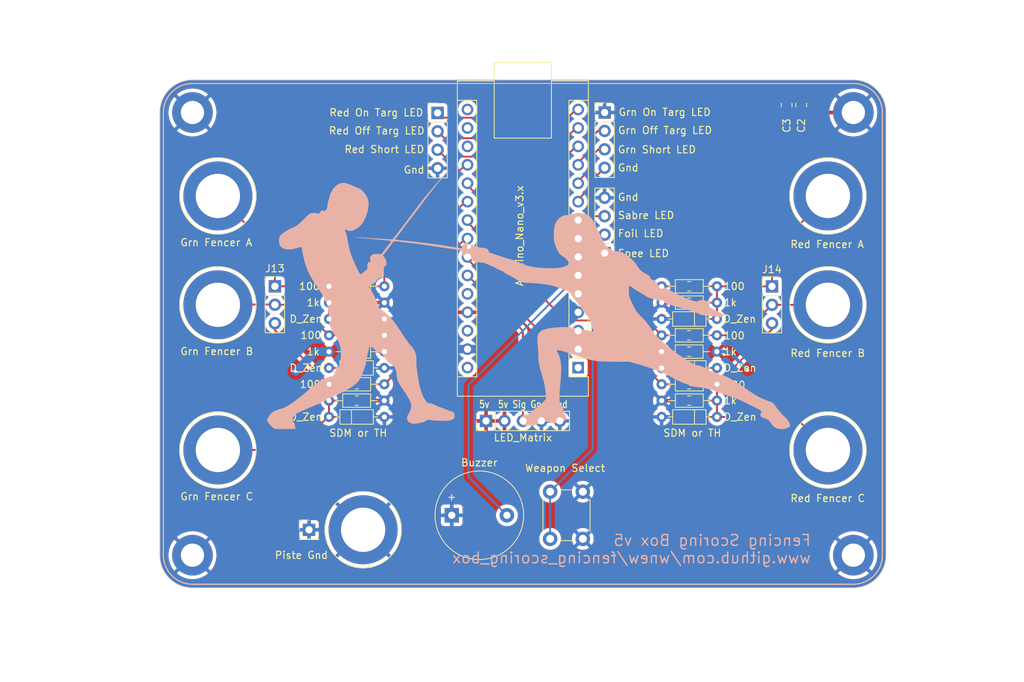
<source format=kicad_pcb>
(kicad_pcb (version 20240108) (generator "pcbnew") (generator_version "8.0")
  (layers (0 "F.Cu" signal) (31 "B.Cu" signal) (34 "B.Paste" user) (35 "F.Paste" user) (36 "B.SilkS" user "B.Silkscreen") (37 "F.SilkS" user "F.Silkscreen") (38 "B.Mask" user) (39 "F.Mask" user) (44 "Edge.Cuts" user))
  (net 0 "")
  (net 1 "Red_C")
  (net 2 "GND")
  (net 3 "Grn_B")
  (net 4 "Grn_C")
  (net 5 "Red_B")
  (net 6 "Red_A")
  (net 7 "Grn_A")
  (net 8 "VCC")
  (net 9 "buzzer")
  (net 10 "Red_Short_LED")
  (net 11 "Red_OffT_LED")
  (net 12 "Red_OnT_LED")
  (net 13 "Grn_OnT_LED")
  (net 14 "Grn_OffT_LED")
  (net 15 "Grn_Short_LED")
  (net 16 "button")
  (net 17 "display1")
  (net 19 "mode_led_epee")
  (net 23 "mode_led_foil")
  (net 27 "mode_led_sabre")
  (net 30 "Red_C_out")
  (net 31 "Red_A_out")
  (net 32 "Red_B_out")
  (net 33 "Grn_C_out")
  (net 34 "Grn_A_out")
  (net 35 "Grn_B_out")
  (footprint "MountingHole:MountingHole_3.2mm_M3_DIN965_Pad" (layer "F.Cu") (at 181.46 46.006)
    (property "Reference" "H3" (hide yes))
    (property "Value" "Mounting Hole" (hide yes))
    (pad "1" thru_hole circle (at 0 0) (size 5.6 5.6) (drill 3.2) (layers "*.Cu" "*.Mask") (net 2 "GND"))
  )
  (footprint "MountingHole:MountingHole_3.2mm_M3_DIN965_Pad" (layer "F.Cu") (at 90.46 107.006)
    (property "Reference" "H4" (hide yes))
    (property "Value" "Mounting Hole" (hide yes))
    (pad "1" thru_hole circle (at 0 0) (size 5.6 5.6) (drill 3.2) (layers "*.Cu" "*.Mask") (net 2 "GND"))
  )
  (footprint "my_library:resistor_THT_and_0805" (layer "F.Cu") (at 155.05 76.706)
    (property "Reference" "R21" (hide yes))
    (property "Value" "100" (at 10.01 0.05 0) (layer "F.SilkS"))
    (pad "1" thru_hole circle (at 0 0) (size 1.4 1.4) (drill 0.7) (layers "*.Cu" "*.Mask") (net 5 "Red_B"))
    (pad "1" smd roundrect (at 2.8 0) (size 1.2 1.4) (layers "F.Cu" "F.Paste" "F.Mask") (roundrect_rratio 0.208333) (net 5 "Red_B"))
    (pad "2" smd roundrect (at 4.8 0) (size 1.2 1.4) (layers "F.Cu" "F.Paste" "F.Mask") (roundrect_rratio 0.208333) (net 32 "Red_B_out"))
    (pad "2" thru_hole oval (at 7.62 0) (size 1.4 1.4) (drill 0.7) (layers "*.Cu" "*.Mask") (net 32 "Red_B_out"))
  )
  (footprint "my_library:resistor_THT_and_0805" (layer "F.Cu") (at 116.88 85.706 180)
    (property "Reference" "R10" (hide yes))
    (property "Value" "1k" (at 9.75 0 0) (layer "F.SilkS"))
    (pad "1" thru_hole circle (at 0 0 180) (size 1.4 1.4) (drill 0.7) (layers "*.Cu" "*.Mask") (net 2 "GND"))
    (pad "1" smd roundrect (at 2.8 0 180) (size 1.2 1.4) (layers "F.Cu" "F.Paste" "F.Mask") (roundrect_rratio 0.208333) (net 2 "GND"))
    (pad "2" smd roundrect (at 4.8 0 180) (size 1.2 1.4) (layers "F.Cu" "F.Paste" "F.Mask") (roundrect_rratio 0.208333) (net 33 "Grn_C_out"))
    (pad "2" thru_hole oval (at 7.62 0 180) (size 1.4 1.4) (drill 0.7) (layers "*.Cu" "*.Mask") (net 33 "Grn_C_out"))
  )
  (footprint "Connector_PinHeader_2.54mm:PinHeader_1x05_P2.54mm_Vertical" (layer "F.Cu") (at 130.885 88.506 90)
    (property "Reference" "J1" (hide yes))
    (property "Value" "LED_Matrix" (at -2.3 5.075 0) (layer "F.SilkS"))
    (pad "1" thru_hole rect (at 0 0 90) (size 1.7 1.7) (drill 1) (layers "*.Cu" "*.Mask") (net 8 "VCC"))
    (pad "2" thru_hole oval (at 0 2.54 90) (size 1.7 1.7) (drill 1) (layers "*.Cu" "*.Mask") (net 8 "VCC"))
    (pad "3" thru_hole oval (at 0 5.08 90) (size 1.7 1.7) (drill 1) (layers "*.Cu" "*.Mask") (net 17 "display1"))
    (pad "4" thru_hole oval (at 0 7.62 90) (size 1.7 1.7) (drill 1) (layers "*.Cu" "*.Mask") (net 2 "GND"))
    (pad "5" thru_hole oval (at 0 10.16 90) (size 1.7 1.7) (drill 1) (layers "*.Cu" "*.Mask") (net 2 "GND"))
  )
  (footprint "Connector_PinHeader_2.54mm:PinHeader_1x04_P2.54mm_Vertical" (layer "F.Cu") (at 124.21 46.066)
    (property "Reference" "J4" (hide yes))
    (property "Value" "Red LEDs" (hide yes))
    (pad "1" thru_hole rect (at 0 0) (size 1.7 1.7) (drill 1) (layers "*.Cu" "*.Mask") (net 12 "Red_OnT_LED"))
    (pad "2" thru_hole oval (at 0 2.54) (size 1.7 1.7) (drill 1) (layers "*.Cu" "*.Mask") (net 11 "Red_OffT_LED"))
    (pad "3" thru_hole oval (at 0 5.08) (size 1.7 1.7) (drill 1) (layers "*.Cu" "*.Mask") (net 10 "Red_Short_LED"))
    (pad "4" thru_hole oval (at 0 7.62) (size 1.7 1.7) (drill 1) (layers "*.Cu" "*.Mask") (net 2 "GND"))
  )
  (footprint "Connector_PinHeader_2.54mm:PinHeader_1x01_P2.54mm_Vertical" (layer "F.Cu") (at 106.51 103.506)
    (property "Reference" "J3" (hide yes))
    (property "Value" "Conn_01x01" (hide yes))
    (pad "1" thru_hole rect (at 0 0) (size 1.7 1.7) (drill 1) (layers "*.Cu" "*.Mask") (net 2 "GND"))
  )
  (footprint "my_library:resistor_THT_and_0805" (layer "F.Cu") (at 116.88 72.206 180)
    (property "Reference" "R11" (hide yes))
    (property "Value" "1k" (at 9.8 0 0) (layer "F.SilkS"))
    (pad "1" thru_hole circle (at 0 0 180) (size 1.4 1.4) (drill 0.7) (layers "*.Cu" "*.Mask") (net 2 "GND"))
    (pad "1" smd roundrect (at 2.8 0 180) (size 1.2 1.4) (layers "F.Cu" "F.Paste" "F.Mask") (roundrect_rratio 0.208333) (net 2 "GND"))
    (pad "2" smd roundrect (at 4.8 0 180) (size 1.2 1.4) (layers "F.Cu" "F.Paste" "F.Mask") (roundrect_rratio 0.208333) (net 34 "Grn_A_out"))
    (pad "2" thru_hole oval (at 7.62 0 180) (size 1.4 1.4) (drill 0.7) (layers "*.Cu" "*.Mask") (net 34 "Grn_A_out"))
  )
  (footprint "MountingHole:MountingHole_3.2mm_M3_DIN965_Pad" (layer "F.Cu") (at 90.46 46.006)
    (property "Reference" "H2" (hide yes))
    (property "Value" "Mounting Hole" (hide yes))
    (pad "1" thru_hole circle (at 0 0) (size 5.6 5.6) (drill 3.2) (layers "*.Cu" "*.Mask") (net 2 "GND"))
  )
  (footprint "my_library:diode_THT_and_1206" (layer "F.Cu") (at 162.68 87.956 180)
    (property "Reference" "D1" (hide yes))
    (property "Value" "D_Zen" (at -3.1925 0 0) (layer "F.SilkS"))
    (pad "1" thru_hole circle (at 0 0 180) (size 1.4 1.4) (drill 0.7) (layers "*.Cu" "*.Mask") (net 30 "Red_C_out"))
    (pad "1" smd roundrect (at 2.3225 0 180) (size 1.425 1.75) (layers "F.Cu" "F.Paste" "F.Mask") (roundrect_rratio 0.175439) (net 30 "Red_C_out"))
    (pad "2" smd roundrect (at 5.2975 0 180) (size 1.425 1.75) (layers "F.Cu" "F.Paste" "F.Mask") (roundrect_rratio 0.175439) (net 2 "GND"))
    (pad "2" thru_hole oval (at 7.62 0 180) (size 1.4 1.4) (drill 0.7) (layers "*.Cu" "*.Mask") (net 2 "GND"))
  )
  (footprint "Button_Switch_THT:SW_PUSH_6mm_H4.3mm" (layer "F.Cu") (at 139.71 104.756 90)
    (property "Reference" "SW1" (hide yes))
    (property "Value" "Weapon Select" (at 9.75 2.05 180) (layer "F.SilkS"))
    (pad "1" thru_hole circle (at 0 0 180) (size 2 2) (drill 1.1) (layers "*.Cu" "*.Mask") (net 16 "button"))
    (pad "1" thru_hole circle (at 6.5 0 180) (size 2 2) (drill 1.1) (layers "*.Cu" "*.Mask") (net 16 "button"))
    (pad "2" thru_hole circle (at 0 4.5 180) (size 2 2) (drill 1.1) (layers "*.Cu" "*.Mask") (net 2 "GND"))
    (pad "2" thru_hole circle (at 6.5 4.5 180) (size 2 2) (drill 1.1) (layers "*.Cu" "*.Mask") (net 2 "GND"))
  )
  (footprint "Module:Arduino_Nano" (layer "F.Cu") (at 143.57 81.156 180)
    (property "Reference" "A1" (hide yes))
    (property "Value" "Arduino_Nano_v3.x" (at 8.06 18.15 90) (layer "F.SilkS"))
    (pad "1" thru_hole rect (at 0 0 180) (size 1.6 1.6) (drill 1) (layers "*.Cu" "*.Mask"))
    (pad "2" thru_hole oval (at 0 2.54 180) (size 1.6 1.6) (drill 1) (layers "*.Cu" "*.Mask"))
    (pad "3" thru_hole oval (at 0 5.08 180) (size 1.6 1.6) (drill 1) (layers "*.Cu" "*.Mask"))
    (pad "4" thru_hole oval (at 0 7.62 180) (size 1.6 1.6) (drill 1) (layers "*.Cu" "*.Mask") (net 2 "GND"))
    (pad "5" thru_hole oval (at 0 10.16 180) (size 1.6 1.6) (drill 1) (layers "*.Cu" "*.Mask") (net 16 "button"))
    (pad "6" thru_hole oval (at 0 12.7 180) (size 1.6 1.6) (drill 1) (layers "*.Cu" "*.Mask") (net 9 "buzzer"))
    (pad "7" thru_hole oval (at 0 15.24 180) (size 1.6 1.6) (drill 1) (layers "*.Cu" "*.Mask") (net 19 "mode_led_epee"))
    (pad "8" thru_hole oval (at 0 17.78 180) (size 1.6 1.6) (drill 1) (layers "*.Cu" "*.Mask") (net 23 "mode_led_foil"))
    (pad "9" thru_hole oval (at 0 20.32 180) (size 1.6 1.6) (drill 1) (layers "*.Cu" "*.Mask") (net 27 "mode_led_sabre"))
    (pad "10" thru_hole oval (at 0 22.86 180) (size 1.6 1.6) (drill 1) (layers "*.Cu" "*.Mask") (net 13 "Grn_OnT_LED"))
    (pad "11" thru_hole oval (at 0 25.4 180) (size 1.6 1.6) (drill 1) (layers "*.Cu" "*.Mask") (net 14 "Grn_OffT_LED"))
    (pad "12" thru_hole oval (at 0 27.94 180) (size 1.6 1.6) (drill 1) (layers "*.Cu" "*.Mask") (net 15 "Grn_Short_LED"))
    (pad "13" thru_hole oval (at 0 30.48 180) (size 1.6 1.6) (drill 1) (layers "*.Cu" "*.Mask") (net 10 "Red_Short_LED"))
    (pad "14" thru_hole oval (at 0 33.02 180) (size 1.6 1.6) (drill 1) (layers "*.Cu" "*.Mask") (net 11 "Red_OffT_LED"))
    (pad "15" thru_hole oval (at 0 35.56 180) (size 1.6 1.6) (drill 1) (layers "*.Cu" "*.Mask") (net 12 "Red_OnT_LED"))
    (pad "16" thru_hole oval (at 15.24 35.56 180) (size 1.6 1.6) (drill 1) (layers "*.Cu" "*.Mask"))
    (pad "17" thru_hole oval (at 15.24 33.02 180) (size 1.6 1.6) (drill 1) (layers "*.Cu" "*.Mask"))
    (pad "18" thru_hole oval (at 15.24 30.48 180) (size 1.6 1.6) (drill 1) (layers "*.Cu" "*.Mask"))
    (pad "19" thru_hole oval (at 15.24 27.94 180) (size 1.6 1.6) (drill 1) (layers "*.Cu" "*.Mask") (net 7 "Grn_A"))
    (pad "20" thru_hole oval (at 15.24 25.4 180) (size 1.6 1.6) (drill 1) (layers "*.Cu" "*.Mask") (net 6 "Red_A"))
    (pad "21" thru_hole oval (at 15.24 22.86 180) (size 1.6 1.6) (drill 1) (layers "*.Cu" "*.Mask") (net 3 "Grn_B"))
    (pad "22" thru_hole oval (at 15.24 20.32 180) (size 1.6 1.6) (drill 1) (layers "*.Cu" "*.Mask") (net 5 "Red_B"))
    (pad "23" thru_hole oval (at 15.24 17.78 180) (size 1.6 1.6) (drill 1) (layers "*.Cu" "*.Mask") (net 4 "Grn_C"))
    (pad "24" thru_hole oval (at 15.24 15.24 180) (size 1.6 1.6) (drill 1) (layers "*.Cu" "*.Mask") (net 1 "Red_C"))
    (pad "25" thru_hole oval (at 15.24 12.7 180) (size 1.6 1.6) (drill 1) (layers "*.Cu" "*.Mask") (net 17 "display1"))
    (pad "26" thru_hole oval (at 15.24 10.16 180) (size 1.6 1.6) (drill 1) (layers "*.Cu" "*.Mask"))
    (pad "27" thru_hole oval (at 15.24 7.62 180) (size 1.6 1.6) (drill 1) (layers "*.Cu" "*.Mask") (net 8 "VCC"))
    (pad "28" thru_hole oval (at 15.24 5.08 180) (size 1.6 1.6) (drill 1) (layers "*.Cu" "*.Mask"))
    (pad "29" thru_hole oval (at 15.24 2.54 180) (size 1.6 1.6) (drill 1) (layers "*.Cu" "*.Mask") (net 2 "GND"))
    (pad "30" thru_hole oval (at 15.24 0 180) (size 1.6 1.6) (drill 1) (layers "*.Cu" "*.Mask"))
  )
  (footprint "my_library:resistor_THT_and_0805" (layer "F.Cu") (at 116.88 83.456 180)
    (property "Reference" "R24" (hide yes))
    (property "Value" "100" (at 10.2 0 0) (layer "F.SilkS"))
    (pad "1" thru_hole circle (at 0 0 180) (size 1.4 1.4) (drill 0.7) (layers "*.Cu" "*.Mask") (net 4 "Grn_C"))
    (pad "1" smd roundrect (at 2.8 0 180) (size 1.2 1.4) (layers "F.Cu" "F.Paste" "F.Mask") (roundrect_rratio 0.208333) (net 4 "Grn_C"))
    (pad "2" smd roundrect (at 4.8 0 180) (size 1.2 1.4) (layers "F.Cu" "F.Paste" "F.Mask") (roundrect_rratio 0.208333) (net 33 "Grn_C_out"))
    (pad "2" thru_hole oval (at 7.62 0 180) (size 1.4 1.4) (drill 0.7) (layers "*.Cu" "*.Mask") (net 33 "Grn_C_out"))
  )
  (footprint "my_library:diode_THT_and_1206" (layer "F.Cu") (at 109.26 74.456)
    (property "Reference" "D5" (hide yes))
    (property "Value" "D_Zen" (at -3.18 0 0) (layer "F.SilkS"))
    (pad "1" thru_hole circle (at 0 0) (size 1.4 1.4) (drill 0.7) (layers "*.Cu" "*.Mask") (net 34 "Grn_A_out"))
    (pad "1" smd roundrect (at 2.3225 0) (size 1.425 1.75) (layers "F.Cu" "F.Paste" "F.Mask") (roundrect_rratio 0.175439) (net 34 "Grn_A_out"))
    (pad "2" smd roundrect (at 5.2975 0) (size 1.425 1.75) (layers "F.Cu" "F.Paste" "F.Mask") (roundrect_rratio 0.175439) (net 2 "GND"))
    (pad "2" thru_hole oval (at 7.62 0) (size 1.4 1.4) (drill 0.7) (layers "*.Cu" "*.Mask") (net 2 "GND"))
  )
  (footprint "my_library:resistor_THT_and_0805" (layer "F.Cu") (at 155.06 69.956)
    (property "Reference" "R19" (hide yes))
    (property "Value" "100" (at 10 0 0) (layer "F.SilkS"))
    (pad "1" thru_hole circle (at 0 0) (size 1.4 1.4) (drill 0.7) (layers "*.Cu" "*.Mask") (net 6 "Red_A"))
    (pad "1" smd roundrect (at 2.8 0) (size 1.2 1.4) (layers "F.Cu" "F.Paste" "F.Mask") (roundrect_rratio 0.208333) (net 6 "Red_A"))
    (pad "2" smd roundrect (at 4.8 0) (size 1.2 1.4) (layers "F.Cu" "F.Paste" "F.Mask") (roundrect_rratio 0.208333) (net 31 "Red_A_out"))
    (pad "2" thru_hole oval (at 7.62 0) (size 1.4 1.4) (drill 0.7) (layers "*.Cu" "*.Mask") (net 31 "Red_A_out"))
  )
  (footprint "Capacitor_SMD:C_0805_2012Metric_Pad1.18x1.45mm_HandSolder" (layer "F.Cu") (at 174.285 44.9785 -90)
    (property "Reference" "C2" (at 2.8375 0 90) (layer "F.SilkS"))
    (property "Value" "100n")
    (pad "1" smd roundrect (at -1.0375 0 270) (size 1.175 1.45) (layers "F.Cu" "F.Paste" "F.Mask") (roundrect_rratio 0.212766) (net 8 "VCC"))
    (pad "2" smd roundrect (at 1.0375 0 270) (size 1.175 1.45) (layers "F.Cu" "F.Paste" "F.Mask") (roundrect_rratio 0.212766) (net 2 "GND"))
  )
  (footprint "my_library:resistor_THT_and_0805" (layer "F.Cu") (at 155.06 83.456)
    (property "Reference" "R20" (hide yes))
    (property "Value" "100" (at 10.1 0.1 0) (layer "F.SilkS"))
    (pad "1" thru_hole circle (at 0 0) (size 1.4 1.4) (drill 0.7) (layers "*.Cu" "*.Mask") (net 1 "Red_C"))
    (pad "1" smd roundrect (at 2.8 0) (size 1.2 1.4) (layers "F.Cu" "F.Paste" "F.Mask") (roundrect_rratio 0.208333) (net 1 "Red_C"))
    (pad "2" smd roundrect (at 4.8 0) (size 1.2 1.4) (layers "F.Cu" "F.Paste" "F.Mask") (roundrect_rratio 0.208333) (net 30 "Red_C_out"))
    (pad "2" thru_hole oval (at 7.62 0) (size 1.4 1.4) (drill 0.7) (layers "*.Cu" "*.Mask") (net 30 "Red_C_out"))
  )
  (footprint "my_library:Fencing_conn" (layer "F.Cu") (at 93.96 57.506 -90)
    (property "Reference" "J11" (hide yes))
    (property "Value" "~")
    (pad "1" thru_hole circle (at 0 0 270) (size 9.5 9.5) (drill 6.1) (layers "*.Cu" "*.Mask") (net 34 "Grn_A_out"))
    (pad "2" thru_hole circle (at 15 0 270) (size 9.5 9.5) (drill 6.1) (layers "*.Cu" "*.Mask") (net 35 "Grn_B_out"))
    (pad "3" thru_hole circle (at 35 0 270) (size 9.5 9.5) (drill 6.1) (layers "*.Cu" "*.Mask") (net 33 "Grn_C_out"))
  )
  (footprint "Connector_PinHeader_2.54mm:PinHeader_1x03_P2.54mm_Vertical" (layer "F.Cu") (at 170.26 69.966)
    (property "Reference" "J14" (at 0 -2.33 0) (layer "F.SilkS"))
    (property "Value" "Red")
    (pad "1" thru_hole rect (at 0 0) (size 1.7 1.7) (drill 1) (layers "*.Cu" "*.Mask") (net 31 "Red_A_out"))
    (pad "2" thru_hole oval (at 0 2.54) (size 1.7 1.7) (drill 1) (layers "*.Cu" "*.Mask") (net 32 "Red_B_out"))
    (pad "3" thru_hole oval (at 0 5.08) (size 1.7 1.7) (drill 1) (layers "*.Cu" "*.Mask") (net 30 "Red_C_out"))
  )
  (footprint "my_library:Fencing_conn" (layer "F.Cu") (at 177.96 57.506 -90)
    (property "Reference" "J9" (hide yes))
    (property "Value" "~")
    (pad "1" thru_hole circle (at 0 0 270) (size 9.5 9.5) (drill 6.1) (layers "*.Cu" "*.Mask") (net 31 "Red_A_out"))
    (pad "2" thru_hole circle (at 15 0 270) (size 9.5 9.5) (drill 6.1) (layers "*.Cu" "*.Mask") (net 32 "Red_B_out"))
    (pad "3" thru_hole circle (at 35 0 270) (size 9.5 9.5) (drill 6.1) (layers "*.Cu" "*.Mask") (net 30 "Red_C_out"))
  )
  (footprint "my_library:diode_THT_and_1206" (layer "F.Cu") (at 109.2575 87.956)
    (property "Reference" "D4" (hide yes))
    (property "Value" "D_Zen" (at -3.1775 0 0) (layer "F.SilkS"))
    (pad "1" thru_hole circle (at 0 0) (size 1.4 1.4) (drill 0.7) (layers "*.Cu" "*.Mask") (net 33 "Grn_C_out"))
    (pad "1" smd roundrect (at 2.3225 0) (size 1.425 1.75) (layers "F.Cu" "F.Paste" "F.Mask") (roundrect_rratio 0.175439) (net 33 "Grn_C_out"))
    (pad "2" smd roundrect (at 5.2975 0) (size 1.425 1.75) (layers "F.Cu" "F.Paste" "F.Mask") (roundrect_rratio 0.175439) (net 2 "GND"))
    (pad "2" thru_hole oval (at 7.62 0) (size 1.4 1.4) (drill 0.7) (layers "*.Cu" "*.Mask") (net 2 "GND"))
  )
  (footprint "my_library:resistor_THT_and_0805" (layer "F.Cu") (at 116.89 76.706 180)
    (property "Reference" "R22" (hide yes))
    (property "Value" "100" (at 10.11 0 0) (layer "F.SilkS"))
    (pad "1" thru_hole circle (at 0 0 180) (size 1.4 1.4) (drill 0.7) (layers "*.Cu" "*.Mask") (net 3 "Grn_B"))
    (pad "1" smd roundrect (at 2.8 0 180) (size 1.2 1.4) (layers "F.Cu" "F.Paste" "F.Mask") (roundrect_rratio 0.208333) (net 3 "Grn_B"))
    (pad "2" smd roundrect (at 4.8 0 180) (size 1.2 1.4) (layers "F.Cu" "F.Paste" "F.Mask") (roundrect_rratio 0.208333) (net 35 "Grn_B_out"))
    (pad "2" thru_hole oval (at 7.62 0 180) (size 1.4 1.4) (drill 0.7) (layers "*.Cu" "*.Mask") (net 35 "Grn_B_out"))
  )
  (footprint "my_library:resistor_THT_and_0805" (layer "F.Cu") (at 116.88 69.956 180)
    (property "Reference" "R23" (hide yes))
    (property "Value" "100" (at 10.3 0 0) (layer "F.SilkS"))
    (pad "1" thru_hole circle (at 0 0 180) (size 1.4 1.4) (drill 0.7) (layers "*.Cu" "*.Mask") (net 7 "Grn_A"))
    (pad "1" smd roundrect (at 2.8 0 180) (size 1.2 1.4) (layers "F.Cu" "F.Paste" "F.Mask") (roundrect_rratio 0.208333) (net 7 "Grn_A"))
    (pad "2" smd roundrect (at 4.8 0 180) (size 1.2 1.4) (layers "F.Cu" "F.Paste" "F.Mask") (roundrect_rratio 0.208333) (net 34 "Grn_A_out"))
    (pad "2" thru_hole oval (at 7.62 0 180) (size 1.4 1.4) (drill 0.7) (layers "*.Cu" "*.Mask") (net 34 "Grn_A_out"))
  )
  (footprint "my_library:diode_THT_and_1206" (layer "F.Cu") (at 162.68 74.456 180)
    (property "Reference" "D2" (hide yes))
    (property "Value" "D_Zen" (at -3.13 0 0) (layer "F.SilkS"))
    (pad "1" thru_hole circle (at 0 0 180) (size 1.4 1.4) (drill 0.7) (layers "*.Cu" "*.Mask") (net 31 "Red_A_out"))
    (pad "1" smd roundrect (at 2.3225 0 180) (size 1.425 1.75) (layers "F.Cu" "F.Paste" "F.Mask") (roundrect_rratio 0.175439) (net 31 "Red_A_out"))
    (pad "2" smd roundrect (at 5.2975 0 180) (size 1.425 1.75) (layers "F.Cu" "F.Paste" "F.Mask") (roundrect_rratio 0.175439) (net 2 "GND"))
    (pad "2" thru_hole oval (at 7.62 0 180) (size 1.4 1.4) (drill 0.7) (layers "*.Cu" "*.Mask") (net 2 "GND"))
  )
  (footprint "my_library:diode_THT_and_1206" (layer "F.Cu") (at 162.68 81.206 180)
    (property "Reference" "D3" (hide yes))
    (property "Value" "D_Zen" (at -3.18 0 0) (layer "F.SilkS"))
    (pad "1" thru_hole circle (at 0 0 180) (size 1.4 1.4) (drill 0.7) (layers "*.Cu" "*.Mask") (net 32 "Red_B_out"))
    (pad "1" smd roundrect (at 2.3225 0 180) (size 1.425 1.75) (layers "F.Cu" "F.Paste" "F.Mask") (roundrect_rratio 0.175439) (net 32 "Red_B_out"))
    (pad "2" smd roundrect (at 5.2975 0 180) (size 1.425 1.75) (layers "F.Cu" "F.Paste" "F.Mask") (roundrect_rratio 0.175439) (net 2 "GND"))
    (pad "2" thru_hole oval (at 7.62 0 180) (size 1.4 1.4) (drill 0.7) (layers "*.Cu" "*.Mask") (net 2 "GND"))
  )
  (footprint "Buzzer_Beeper:Buzzer_12x9.5RM7.6" (layer "F.Cu") (at 126.16 101.506)
    (property "Reference" "BZ1" (hide yes))
    (property "Value" "Buzzer" (at 3.8 -7.25 0) (layer "F.SilkS"))
    (fp_text user "+" (at -0.01 -2.54 0) (layer "F.SilkS"))
    (pad "1" thru_hole rect (at 0 0) (size 2 2) (drill 1) (layers "*.Cu" "*.Mask") (net 2 "GND"))
    (pad "2" thru_hole circle (at 7.6 0) (size 2 2) (drill 1) (layers "*.Cu" "*.Mask") (net 9 "buzzer"))
  )
  (footprint "Capacitor_SMD:C_0805_2012Metric_Pad1.18x1.45mm_HandSolder" (layer "F.Cu") (at 172.275 44.9785 -90)
    (property "Reference" "C3" (at 2.8375 -0.01 90) (layer "F.SilkS"))
    (property "Value" "1u")
    (pad "1" smd roundrect (at -1.0375 0 270) (size 1.175 1.45) (layers "F.Cu" "F.Paste" "F.Mask") (roundrect_rratio 0.212766) (net 8 "VCC"))
    (pad "2" smd roundrect (at 1.0375 0 270) (size 1.175 1.45) (layers "F.Cu" "F.Paste" "F.Mask") (roundrect_rratio 0.212766) (net 2 "GND"))
  )
  (footprint "my_library:fencing_piste_conn" (layer "F.Cu") (at 113.96 103.506)
    (property "Reference" "H1" (hide yes))
    (property "Value" "Piste Gnd" (at -8.5 3.5 0) (layer "F.SilkS"))
    (pad "1" thru_hole circle (at 0 0) (size 9.5 9.5) (drill 6.1) (layers "*.Cu" "*.Mask") (net 2 "GND"))
  )
  (footprint "my_library:resistor_THT_and_0805" (layer "F.Cu") (at 162.66 78.956 180)
    (property "Reference" "R6" (hide yes))
    (property "Value" "1k" (at -1.85 0 0) (layer "F.SilkS"))
    (pad "1" thru_hole circle (at 0 0 180) (size 1.4 1.4) (drill 0.7) (layers "*.Cu" "*.Mask") (net 8 "VCC"))
    (pad "1" smd roundrect (at 2.8 0 180) (size 1.2 1.4) (layers "F.Cu" "F.Paste" "F.Mask") (roundrect_rratio 0.208333) (net 8 "VCC"))
    (pad "2" smd roundrect (at 4.8 0 180) (size 1.2 1.4) (layers "F.Cu" "F.Paste" "F.Mask") (roundrect_rratio 0.208333) (net 32 "Red_B_out"))
    (pad "2" thru_hole oval (at 7.62 0 180) (size 1.4 1.4) (drill 0.7) (layers "*.Cu" "*.Mask") (net 32 "Red_B_out"))
  )
  (footprint "Connector_PinHeader_2.54mm:PinHeader_1x04_P2.54mm_Vertical" (layer "F.Cu") (at 147.21 46.006)
    (property "Reference" "J10" (hide yes))
    (property "Value" "Grn LEDs" (hide yes))
    (pad "1" thru_hole rect (at 0 0) (size 1.7 1.7) (drill 1) (layers "*.Cu" "*.Mask") (net 2 "GND"))
    (pad "2" thru_hole oval (at 0 2.54) (size 1.7 1.7) (drill 1) (layers "*.Cu" "*.Mask") (net 15 "Grn_Short_LED"))
    (pad "3" thru_hole oval (at 0 5.08) (size 1.7 1.7) (drill 1) (layers "*.Cu" "*.Mask") (net 14 "Grn_OffT_LED"))
    (pad "4" thru_hole oval (at 0 7.62) (size 1.7 1.7) (drill 1) (layers "*.Cu" "*.Mask") (net 13 "Grn_OnT_LED"))
  )
  (footprint "my_library:resistor_THT_and_0805" (layer "F.Cu") (at 155.06 85.706)
    (property "Reference" "R3" (hide yes))
    (property "Value" "1k" (at 9.45 0 0) (layer "F.SilkS"))
    (pad "1" thru_hole circle (at 0 0) (size 1.4 1.4) (drill 0.7) (layers "*.Cu" "*.Mask") (net 2 "GND"))
    (pad "1" smd roundrect (at 2.8 0) (size 1.2 1.4) (layers "F.Cu" "F.Paste" "F.Mask") (roundrect_rratio 0.208333) (net 2 "GND"))
    (pad "2" smd roundrect (at 4.8 0) (size 1.2 1.4) (layers "F.Cu" "F.Paste" "F.Mask") (roundrect_rratio 0.208333) (net 30 "Red_C_out"))
    (pad "2" thru_hole oval (at 7.62 0) (size 1.4 1.4) (drill 0.7) (layers "*.Cu" "*.Mask") (net 30 "Red_C_out"))
  )
  (footprint "Connector_PinHeader_2.54mm:PinHeader_1x03_P2.54mm_Vertical" (layer "F.Cu") (at 101.81 69.956)
    (property "Reference" "J13" (at 0 -2.45 0) (layer "F.SilkS"))
    (property "Value" "Grn")
    (pad "1" thru_hole rect (at 0 0) (size 1.7 1.7) (drill 1) (layers "*.Cu" "*.Mask") (net 34 "Grn_A_out"))
    (pad "2" thru_hole oval (at 0 2.54) (size 1.7 1.7) (drill 1) (layers "*.Cu" "*.Mask") (net 35 "Grn_B_out"))
    (pad "3" thru_hole oval (at 0 5.08) (size 1.7 1.7) (drill 1) (layers "*.Cu" "*.Mask") (net 33 "Grn_C_out"))
  )
  (footprint "Connector_PinHeader_2.54mm:PinHeader_1x04_P2.54mm_Vertical" (layer "F.Cu") (at 147.21 65.376 180)
    (property "Reference" "J7" (hide yes))
    (property "Value" "Mode_LEDs" (hide yes))
    (pad "1" thru_hole rect (at 0 0 180) (size 1.7 1.7) (drill 1) (layers "*.Cu" "*.Mask") (net 19 "mode_led_epee"))
    (pad "2" thru_hole oval (at 0 2.54 180) (size 1.7 1.7) (drill 1) (layers "*.Cu" "*.Mask") (net 23 "mode_led_foil"))
    (pad "3" thru_hole oval (at 0 5.08 180) (size 1.7 1.7) (drill 1) (layers "*.Cu" "*.Mask") (net 27 "mode_led_sabre"))
    (pad "4" thru_hole oval (at 0 7.62 180) (size 1.7 1.7) (drill 1) (layers "*.Cu" "*.Mask") (net 2 "GND"))
  )
  (footprint "my_library:resistor_THT_and_0805" (layer "F.Cu") (at 155.06 72.206)
    (property "Reference" "R5" (hide yes))
    (property "Value" "1k" (at 9.45 0 0) (layer "F.SilkS"))
    (pad "1" thru_hole circle (at 0 0) (size 1.4 1.4) (drill 0.7) (layers "*.Cu" "*.Mask") (net 2 "GND"))
    (pad "1" smd roundrect (at 2.8 0) (size 1.2 1.4) (layers "F.Cu" "F.Paste" "F.Mask") (roundrect_rratio 0.208333) (net 2 "GND"))
    (pad "2" smd roundrect (at 4.8 0) (size 1.2 1.4) (layers "F.Cu" "F.Paste" "F.Mask") (roundrect_rratio 0.208333) (net 31 "Red_A_out"))
    (pad "2" thru_hole oval (at 7.62 0) (size 1.4 1.4) (drill 0.7) (layers "*.Cu" "*.Mask") (net 31 "Red_A_out"))
  )
  (footprint "my_library:diode_THT_and_1206" (layer "F.Cu") (at 109.26 81.206)
    (property "Reference" "D6" (hide yes))
    (property "Value" "D_Zen" (at -3.18 0 0) (layer "F.SilkS"))
    (pad "1" thru_hole circle (at 0 0) (size 1.4 1.4) (drill 0.7) (layers "*.Cu" "*.Mask") (net 35 "Grn_B_out"))
    (pad "1" smd roundrect (at 2.3225 0) (size 1.425 1.75) (layers "F.Cu" "F.Paste" "F.Mask") (roundrect_rratio 0.175439) (net 35 "Grn_B_out"))
    (pad "2" smd roundrect (at 5.2975 0) (size 1.425 1.75) (layers "F.Cu" "F.Paste" "F.Mask") (roundrect_rratio 0.175439) (net 2 "GND"))
    (pad "2" thru_hole oval (at 7.62 0) (size 1.4 1.4) (drill 0.7) (layers "*.Cu" "*.Mask") (net 2 "GND"))
  )
  (footprint "MountingHole:MountingHole_3.2mm_M3_DIN965_Pad" (layer "F.Cu") (at 181.46 107.006)
    (property "Reference" "H5" (hide yes))
    (property "Value" "Mounting Hole" (hide yes))
    (pad "1" thru_hole circle (at 0 0) (size 5.6 5.6) (drill 3.2) (layers "*.Cu" "*.Mask") (net 2 "GND"))
  )
  (footprint "my_library:resistor_THT_and_0805" (layer "F.Cu") (at 109.26 78.956)
    (property "Reference" "R12" (hide yes))
    (property "Value" "1k" (at -2.18 0 0) (layer "F.SilkS"))
    (pad "1" thru_hole circle (at 0 0) (size 1.4 1.4) (drill 0.7) (layers "*.Cu" "*.Mask") (net 8 "VCC"))
    (pad "1" smd roundrect (at 2.8 0) (size 1.2 1.4) (layers "F.Cu" "F.Paste" "F.Mask") (roundrect_rratio 0.208333) (net 8 "VCC"))
    (pad "2" smd roundrect (at 4.8 0) (size 1.2 1.4) (layers "F.Cu" "F.Paste" "F.Mask") (roundrect_rratio 0.208333) (net 35 "Grn_B_out"))
    (pad "2" thru_hole oval (at 7.62 0) (size 1.4 1.4) (drill 0.7) (layers "*.Cu" "*.Mask") (net 35 "Grn_B_out"))
  )
  (footprint "Graphics:Fencers_40mm_h" (layer "B.Cu") (at 135.37551 72.952782 180)
    (property "Reference" "G***" (hide yes))
    (property "Value" "LOGO" (hide yes))
  )
  (gr_arc (start 86.46 46.006) (mid 87.631573 43.177573) (end 90.46 42.006) (stroke (width 0.15)) (layer "B.SilkS"))
  (gr_line (start 185.46 46.006) (end 185.46 107.006) (stroke (width 0.15)) (layer "B.SilkS"))
  (gr_arc (start 90.46 111.006) (mid 87.631573 109.834427) (end 86.46 107.006) (stroke (width 0.15)) (layer "B.SilkS"))
  (gr_line (start 86.46 107.006) (end 86.46 46.006) (stroke (width 0.15)) (layer "B.SilkS"))
  (gr_line (start 90.46 42.006) (end 181.46 42.006) (stroke (width 0.15)) (layer "B.SilkS"))
  (gr_arc (start 185.46 107.006) (mid 184.288427 109.834427) (end 181.46 111.006) (stroke (width 0.15)) (layer "B.SilkS"))
  (gr_arc (start 181.46 42.006) (mid 184.288427 43.177573) (end 185.46 46.006) (stroke (width 0.15)) (layer "B.SilkS"))
  (gr_line (start 181.46 111.006) (end 90.46 111.006) (stroke (width 0.15)) (layer "B.SilkS"))
  (gr_line (start 185.46 46.006) (end 185.46 107.006) (stroke (width 0.15)) (layer "F.SilkS"))
  (gr_arc (start 185.46 107.006) (mid 184.288427 109.834427) (end 181.46 111.006) (stroke (width 0.15)) (layer "F.SilkS"))
  (gr_arc (start 86.46 46.006) (mid 87.631573 43.177573) (end 90.46 42.006) (stroke (width 0.15)) (layer "F.SilkS"))
  (gr_line (start 181.46 42.006) (end 145.21 42.006) (stroke (width 0.15)) (layer "F.SilkS"))
  (gr_line (start 181.46 111.006) (end 90.46 111.006) (stroke (width 0.15)) (layer "F.SilkS"))
  (gr_line (start 90.46 42.006) (end 126.71 42.006) (stroke (width 0.15)) (layer "F.SilkS"))
  (gr_arc (start 181.46 42.006) (mid 184.288427 43.177573) (end 185.46 46.006) (stroke (width 0.15)) (layer "F.SilkS"))
  (gr_arc (start 90.46 111.006) (mid 87.631573 109.834427) (end 86.46 107.006) (stroke (width 0.15)) (layer "F.SilkS"))
  (gr_line (start 86.46 107.006) (end 86.46 46.006) (stroke (width 0.15)) (layer "F.SilkS"))
  (gr_line (start 181.46 41.506) (end 90.46 41.506) (stroke (width 0.1)) (layer "Edge.Cuts"))
  (gr_arc (start 181.46 41.506) (mid 184.641981 42.824019) (end 185.96 46.006) (stroke (width 0.1)) (layer "Edge.Cuts"))
  (gr_line (start 90.46 111.506) (end 181.46 111.506) (stroke (width 0.1)) (layer "Edge.Cuts"))
  (gr_line (start 85.96 46.006) (end 85.96 107.006) (stroke (width 0.1)) (layer "Edge.Cuts"))
  (gr_arc (start 90.46 111.506) (mid 87.278019 110.187981) (end 85.96 107.006) (stroke (width 0.1)) (layer "Edge.Cuts"))
  (gr_arc (start 85.96 46.006) (mid 87.278019 42.824019) (end 90.46 41.506) (stroke (width 0.1)) (layer "Edge.Cuts"))
  (gr_arc (start 185.96 107.006) (mid 184.641981 110.187981) (end 181.46 111.506) (stroke (width 0.1)) (layer "Edge.Cuts"))
  (gr_line (start 185.96 107.006) (end 185.96 46.006) (stroke (width 0.1)) (layer "Edge.Cuts"))
  (gr_text "Fencing Scoring Box v5\nwww.github.com/wnew/fencing_scoring_box" (at 175.71 108.256 0) (layer "B.SilkS") (effects (font (size 1.5 1.5)) (justify left bottom mirror)))
  (gr_text "Grn Off Targ LED" (at 148.98 49.046 0) (layer "F.SilkS") (effects (font (size 1 1)) (justify left bottom)))
  (gr_text "Sabre LED" (at 148.96 60.756 0) (layer "F.SilkS") (effects (font (size 1 1)) (justify left bottom)))
  (gr_text "Grn On Targ LED" (at 149.05 46.546 0) (layer "F.SilkS") (effects (font (size 1 1)) (justify left bottom)))
  (gr_text "5v  5v Sig Gnd Gnd" (at 129.86 86.806 0) (layer "F.SilkS") (effects (font (size 1 0.8)) (justify left bottom)))
  (gr_text "Gnd" (at 148.96 54.206 0) (layer "F.SilkS") (effects (font (size 1 1)) (justify left bottom)))
  (gr_text "Red Fencer B" (at 172.71 79.756 0) (layer "F.SilkS") (effects (font (size 1 1)) (justify left bottom)))
  (gr_text "SDM or TH" (at 109.21 90.756 0) (layer "F.SilkS") (effects (font (size 1 1)) (justify left bottom)))
  (gr_text "Gnd" (at 148.96 58.256 0) (layer "F.SilkS") (effects (font (size 1 1)) (justify left bottom)))
  (gr_text "Grn Fencer B" (at 88.71 79.506 0) (layer "F.SilkS") (effects (font (size 1 1)) (justify left bottom)))
  (gr_text "SDM or TH" (at 155.21 90.756 0) (layer "F.SilkS") (effects (font (size 1 1)) (justify left bottom)))
  (gr_text "Foil LED" (at 148.96 63.256 0) (layer "F.SilkS") (effects (font (size 1 1)) (justify left bottom)))
  (gr_text "Red Short LED" (at 111.31 51.666 0) (layer "F.SilkS") (effects (font (size 1 1)) (justify left bottom)))
  (gr_text "Red Fencer A" (at 172.71 64.756 0) (layer "F.SilkS") (effects (font (size 1 1)) (justify left bottom)))
  (gr_text "Grn Fencer A" (at 88.71 64.506 0) (layer "F.SilkS") (effects (font (size 1 1)) (justify left bottom)))
  (gr_text "Epee LED" (at 148.96 66.006 0) (layer "F.SilkS") (effects (font (size 1 1)) (justify left bottom)))
  (gr_text "Grn Fencer C" (at 88.71 99.506 0) (layer "F.SilkS") (effects (font (size 1 1)) (justify left bottom)))
  (gr_text "Grn Short LED" (at 148.96 51.706 0) (layer "F.SilkS") (effects (font (size 1 1)) (justify left bottom)))
  (gr_text "Red Fencer C" (at 172.71 99.756 0) (layer "F.SilkS") (effects (font (size 1 1)) (justify left bottom)))
  (gr_text "Gnd" (at 119.47 54.496 0) (layer "F.SilkS") (effects (font (size 1 1)) (justify left bottom)))
  (gr_text "Red On Targ LED" (at 109.23 46.606 0) (layer "F.SilkS") (effects (font (size 1 1)) (justify left bottom)))
  (gr_text "Red Off Targ LED" (at 109.16 49.106 0) (layer "F.SilkS") (effects (font (size 1 1)) (justify left bottom)))
  (segment (start 128.03 65.916) (end 139.605 77.491) (width 0.25) (layer "F.Cu") (net 1))
  (segment (start 149.095 77.491) (end 155.06 83.456) (width 0.25) (layer "F.Cu") (net 1))
  (segment (start 155.06 83.456) (end 157.86 83.456) (width 0.25) (layer "F.Cu") (net 1))
  (segment (start 139.605 77.491) (end 149.095 77.491) (width 0.25) (layer "F.Cu") (net 1))
  (segment (start 174.285 46.016) (end 173.33 46.016) (width 0.5) (layer "F.Cu") (net 2))
  (segment (start 114.5575 74.456) (end 116.88 74.456) (width 0.5) (layer "F.Cu") (net 2))
  (segment (start 116.88 85.706) (end 114.08 85.706) (width 0.5) (layer "F.Cu") (net 2))
  (segment (start 114.555 87.956) (end 116.8775 87.956) (width 0.5) (layer "F.Cu") (net 2))
  (segment (start 173.33 46.016) (end 172.275 46.016) (width 0.5) (layer "F.Cu") (net 2))
  (segment (start 155.06 87.956) (end 157.3825 87.956) (width 0.5) (layer "F.Cu") (net 2))
  (segment (start 155.06 74.456) (end 157.3825 74.456) (width 0.5) (layer "F.Cu") (net 2))
  (segment (start 157.86 85.706) (end 155.06 85.706) (width 0.5) (layer "F.Cu") (net 2))
  (segment (start 174.285 46.016) (end 174.95 46.016) (width 0.5) (layer "F.Cu") (net 2))
  (segment (start 114.5575 81.206) (end 116.88 81.206) (width 0.5) (layer "F.Cu") (net 2))
  (segment (start 114.08 72.206) (end 116.88 72.206) (width 0.5) (layer "F.Cu") (net 2))
  (segment (start 174.95 46.016) (end 174.96 46.006) (width 0.5) (layer "F.Cu") (net 2))
  (segment (start 174.96 46.006) (end 181.46 46.006) (width 0.5) (layer "F.Cu") (net 2))
  (segment (start 157.3725 81.206) (end 155.05 81.206) (width 0.5) (layer "F.Cu") (net 2))
  (segment (start 157.86 72.206) (end 155.06 72.206) (width 0.5) (layer "F.Cu") (net 2))
  (segment (start 143.57 73.536) (end 142.74 72.706) (width 1.2) (layer "B.Cu") (net 2))
  (segment (start 143.57 73.536) (end 142.6 74.506) (width 1.2) (layer "B.Cu") (net 2))
  (segment (start 142.6 74.506) (end 141.56 74.506) (width 1.2) (layer "B.Cu") (net 2))
  (segment (start 141.33 73.536) (end 141.31 73.556) (width 1.2) (layer "B.Cu") (net 2))
  (segment (start 128.33 78.616) (end 130.25 78.616) (width 1.2) (layer "B.Cu") (net 2))
  (segment (start 126.32 78.616) (end 126.31 78.606) (width 1.2) (layer "B.Cu") (net 2))
  (segment (start 142.31 73.536) (end 141.33 73.536) (width 1.2) (layer "B.Cu") (net 2))
  (segment (start 142.74 72.706) (end 141.61 72.706) (width 1.2) (layer "B.Cu") (net 2))
  (segment (start 128.33 78.616) (end 126.32 78.616) (width 1.2) (layer "B.Cu") (net 2))
  (segment (start 116.89 76.706) (end 114.09 76.706) (width 0.25) (layer "F.Cu") (net 3))
  (segment (start 118.76 67.566) (end 128.03 58.296) (width 0.25) (layer "F.Cu") (net 3))
  (segment (start 118.76 74.836) (end 118.76 67.566) (width 0.25) (layer "F.Cu") (net 3))
  (segment (start 116.89 76.706) (end 118.76 74.836) (width 0.25) (layer "F.Cu") (net 3))
  (segment (start 119.96 80.376) (end 119.96 71.446) (width 0.25) (layer "F.Cu") (net 4))
  (segment (start 114.08 83.456) (end 116.88 83.456) (width 0.25) (layer "F.Cu") (net 4))
  (segment (start 116.88 83.456) (end 119.96 80.376) (width 0.25) (layer "F.Cu") (net 4))
  (segment (start 119.96 71.446) (end 128.03 63.376) (width 0.25) (layer "F.Cu") (net 4))
  (segment (start 141.855 74.661) (end 153.005 74.661) (width 0.25) (layer "F.Cu") (net 5))
  (segment (start 155.05 76.706) (end 157.85 76.706) (width 0.25) (layer "F.Cu") (net 5))
  (segment (start 153.005 74.661) (end 155.05 76.706) (width 0.25) (layer "F.Cu") (net 5))
  (segment (start 128.03 60.836) (end 141.855 74.661) (width 0.25) (layer "F.Cu") (net 5))
  (segment (start 155.06 69.956) (end 157.86 69.956) (width 0.25) (layer "F.Cu") (net 6))
  (segment (start 155.06 69.956) (end 154.975 69.871) (width 0.25) (layer "F.Cu") (net 6))
  (segment (start 142.145 69.871) (end 128.03 55.756) (width 0.25) (layer "F.Cu") (net 6))
  (segment (start 154.975 69.871) (end 142.145 69.871) (width 0.25) (layer "F.Cu") (net 6))
  (segment (start 116.885 67.406) (end 116.885 64.361) (width 0.25) (layer "F.Cu") (net 7))
  (segment (start 116.88 69.956) (end 116.88 67.411) (width 0.25) (layer "F.Cu") (net 7))
  (segment (start 114.08 69.956) (end 116.88 69.956) (width 0.25) (layer "F.Cu") (net 7))
  (segment (start 116.88 67.411) (end 116.885 67.406) (width 0.25) (layer "F.Cu") (net 7))
  (segment (start 116.885 64.361) (end 128.03 53.216) (width 0.25) (layer "F.Cu") (net 7))
  (segment (start 112.06 78.956) (end 109.26 78.956) (width 1.2) (layer "F.Cu") (net 8))
  (segment (start 159.86 78.956) (end 162.66 78.956) (width 1.2) (layer "F.Cu") (net 8))
  (via (at 166.91 81.506) (size 0.6) (drill 0.4) (layers "F.Cu" "B.Cu") (net 8))
  (via (at 104.66 81.706) (size 0.6) (drill 0.4) (layers "F.Cu" "B.Cu") (net 8))
  (segment (start 162.66 78.956) (end 164.36 78.956) (width 0.5) (layer "B.Cu") (net 8))
  (segment (start 164.36 78.956) (end 166.91 81.506) (width 0.5) (layer "B.Cu") (net 8))
  (segment (start 107.41 78.956) (end 104.66 81.706) (width 1.2) (layer "B.Cu") (net 8))
  (segment (start 109.26 78.956) (end 107.41 78.956) (width 1.2) (layer "B.Cu") (net 8))
  (segment (start 162.66 78.956) (end 162.66 78.986) (width 0.5) (layer "B.Cu") (net 8))
  (segment (start 128.46 96.206) (end 128.46 83.566) (width 0.25) (layer "B.Cu") (net 9))
  (segment (start 128.46 83.566) (end 143.57 68.456) (width 0.25) (layer "B.Cu") (net 9))
  (segment (start 133.76 101.506) (end 128.46 96.206) (width 0.25) (layer "B.Cu") (net 9))
  (segment (start 124.21 51.146) (end 125.155 52.091) (width 0.25) (layer "F.Cu") (net 10))
  (segment (start 125.155 52.091) (end 141.855 52.091) (width 0.25) (layer "F.Cu") (net 10))
  (segment (start 141.855 52.091) (end 143.27 50.676) (width 0.25) (layer "F.Cu") (net 10))
  (segment (start 141.855 49.551) (end 143.27 48.136) (width 0.25) (layer "F.Cu") (net 11))
  (segment (start 124.21 48.606) (end 125.155 49.551) (width 0.25) (layer "F.Cu") (net 11))
  (segment (start 125.155 49.551) (end 141.855 49.551) (width 0.25) (layer "F.Cu") (net 11))
  (segment (start 142.145 46.721) (end 124.865 46.721) (width 0.25) (layer "F.Cu") (net 12))
  (segment (start 124.865 46.721) (end 124.21 46.066) (width 0.25) (layer "F.Cu") (net 12))
  (segment (start 143.27 45.596) (end 142.145 46.721) (width 0.25) (layer "F.Cu") (net 12))
  (segment (start 147.21 53.626) (end 145.385 55.451) (width 0.25) (layer "F.Cu") (net 13))
  (segment (start 145.385 55.451) (end 145.385 56.181) (width 0.25) (layer "F.Cu") (net 13))
  (segment (start 145.385 56.181) (end 143.27 58.296) (width 0.25) (layer "F.Cu") (net 13))
  (segment (start 146.355 51.086) (end 147.21 51.086) (width 0.25) (layer "F.Cu") (net 14))
  (segment (start 145.61 53.416) (end 145.61 51.831) (width 0.25) (layer "F.Cu") (net 14))
  (segment (start 145.61 51.831) (end 146.355 51.086) (width 0.25) (layer "F.Cu") (net 14))
  (segment (start 143.27 55.756) (end 145.61 53.416) (width 0.25) (layer "F.Cu") (net 14))
  (segment (start 143.27 53.216) (end 145.26 51.226) (width 0.25) (layer "F.Cu") (net 15))
  (segment (start 145.26 51.226) (end 145.26 49.556) (width 0.25) (layer "F.Cu") (net 15))
  (segment (start 145.26 49.556) (end 146.27 48.546) (width 0.25) (layer "F.Cu") (net 15))
  (segment (start 146.27 48.546) (end 147.21 48.546) (width 0.25) (layer "F.Cu") (net 15))
  (segment (start 145.56 72.986) (end 143.57 70.996) (width 0.25) (layer "B.Cu") (net 16))
  (segment (start 139.71 104.756) (end 139.71 98.256) (width 0.25) (layer "B.Cu") (net 16))
  (segment (start 139.71 98.256) (end 145.56 92.406) (width 0.25) (layer "B.Cu") (net 16))
  (segment (start 145.56 92.406) (end 145.56 72.986) (width 0.25) (layer "B.Cu") (net 16))
  (segment (start 128.33 68.456) (end 135.955 76.081) (width 0.25) (layer "F.Cu") (net 17))
  (segment (start 135.955 76.081) (end 135.955 88.506) (width 0.25) (layer "F.Cu") (net 17))
  (segment (start 143.27 65.916) (end 146.67 65.916) (width 0.25) (layer "F.Cu") (net 19))
  (segment (start 146.67 65.916) (end 147.21 65.376) (width 0.25) (layer "F.Cu") (net 19))
  (segment (start 147.21 62.836) (end 143.81 62.836) (width 0.25) (layer "F.Cu") (net 23))
  (segment (start 143.81 62.836) (end 143.27 63.376) (width 0.25) (layer "F.Cu") (net 23))
  (segment (start 147.21 60.296) (end 143.81 60.296) (width 0.25) (layer "F.Cu") (net 27))
  (segment (start 143.81 60.296) (end 143.27 60.836) (width 0.25) (layer "F.Cu") (net 27))
  (segment (start 162.68 83.456) (end 162.68 87.956) (width 0.25) (layer "F.Cu") (net 30))
  (segment (start 160.3575 87.956) (end 162.68 87.956) (width 0.25) (layer "F.Cu") (net 30))
  (segment (start 170.26 75.876) (end 162.68 83.456) (width 0.25) (layer "F.Cu") (net 30))
  (segment (start 170.26 75.046) (end 170.26 75.876) (width 0.25) (layer "F.Cu") (net 30))
  (segment (start 159.86 83.456) (end 162.68 83.456) (width 0.25) (layer "F.Cu") (net 30))
  (segment (start 162.68 87.956) (end 173.41 87.956) (width 0.25) (layer "F.Cu") (net 30))
  (segment (start 173.41 87.956) (end 177.96 92.506) (width 0.25) (layer "F.Cu") (net 30))
  (segment (start 162.68 85.706) (end 159.86 85.706) (width 0.25) (layer "F.Cu") (net 30))
  (segment (start 159.86 72.206) (end 162.68 72.206) (width 0.25) (layer "F.Cu") (net 31))
  (segment (start 162.68 69.956) (end 162.81 69.956) (width 0.25) (layer "F.Cu") (net 31))
  (segment (start 162.82 69.966) (end 170.26 69.966) (width 0.25) (layer "F.Cu") (net 31))
  (segment (start 170.26 65.206) (end 177.96 57.506) (width 0.25) (layer "F.Cu") (net 31))
  (segment (start 160.3575 74.456) (end 162.68 74.456) (width 0.25) (layer "F.Cu") (net 31))
  (segment (start 162.68 74.456) (end 162.68 69.956) (width 0.25) (layer "F.Cu") (net 31))
  (segment (start 159.86 69.956) (end 162.68 69.956) (width 0.25) (layer "F.Cu") (net 31))
  (segment (start 170.26 69.966) (end 170.26 65.206) (width 0.25) (layer "F.Cu") (net 31))
  (segment (start 162.81 69.956) (end 162.82 69.966) (width 0.25) (layer "F.Cu") (net 31))
  (segment (start 170.26 72.506) (end 177.96 72.506) (width 0.25) (layer "F.Cu") (net 32))
  (segment (start 155.04 78.956) (end 157.86 78.956) (width 0.25) (layer "F.Cu") (net 32))
  (segment (start 159.85 76.706) (end 162.67 76.706) (width 0.25) (layer "F.Cu") (net 32))
  (segment (start 159.85 76.706) (end 159.85 76.966) (width 0.25) (layer "F.Cu") (net 32))
  (segment (start 157.86 78.956) (end 158.0975 78.956) (width 0.25) (layer "F.Cu") (net 32))
  (segment (start 158.0975 78.956) (end 160.3475 81.206) (width 0.25) (layer "F.Cu") (net 32))
  (segment (start 162.67 76.706) (end 166.06 76.706) (width 0.25) (layer "F.Cu") (net 32))
  (segment (start 160.3475 81.206) (end 162.67 81.206) (width 0.25) (layer "F.Cu") (net 32))
  (segment (start 159.85 76.966) (end 157.86 78.956) (width 0.25) (layer "F.Cu") (net 32))
  (segment (start 166.06 76.706) (end 170.26 72.506) (width 0.25) (layer "F.Cu") (net 32))
  (segment (start 109.2575 87.956) (end 111.58 87.956) (width 0.25) (layer "F.Cu") (net 33))
  (segment (start 109.26 83.456) (end 109.26 85.706) (width 0.25) (layer "F.Cu") (net 33))
  (segment (start 101.81 76.006) (end 109.26 83.456) (width 0.25) (layer "F.Cu") (net 33))
  (segment (start 109.2575 87.956) (end 109.2575 85.7085) (width 0.25) (layer "F.Cu") (net 33))
  (segment (start 112.08 85.706) (end 109.26 85.706) (width 0.25) (layer "F.Cu") (net 33))
  (segment (start 101.81 75.036) (end 101.81 76.006) (width 0.25) (layer "F.Cu") (net 33))
  (segment (start 109.2575 87.956) (end 109.11 87.956) (width 0.25) (layer "F.Cu") (net 33))
  (segment (start 109.11 87.956) (end 104.56 92.506) (width 0.25) (layer "F.Cu") (net 33))
  (segment (start 109.2575 85.7085) (end 109.26 85.706) (width 0.25) (layer "F.Cu") (net 33))
  (segment (start 109.26 83.456) (end 112.08 83.456) (width 0.25) (layer "F.Cu") (net 33))
  (segment (start 104.56 92.506) (end 93.96 92.506) (width 0.25) (layer "F.Cu") (net 33))
  (segment (start 101.81 65.356) (end 101.81 69.956) (width 0.25) (layer "F.Cu") (net 34))
  (segment (start 109.26 72.206) (end 112.08 72.206) (width 0.25) (layer "F.Cu") (net 34))
  (segment (start 111.5825 74.456) (end 109.26 74.456) (width 0.25) (layer "F.Cu") (net 34))
  (segment (start 101.81 69.926) (end 101.81 69.886) (width 0.25) (layer "F.Cu") (net 34))
  (segment (start 109.26 74.456) (end 109.26 69.956) (width 0.25) (layer "F.Cu") (net 34))
  (segment (start 101.81 69.956) (end 109.26 69.956) (width 0.25) (layer "F.Cu") (net 34))
  (segment (start 112.08 69.956) (end 109.26 69.956) (width 0.25) (layer "F.Cu") (net 34))
  (segment (start 93.96 57.506) (end 101.81 65.356) (width 0.25) (layer "F.Cu") (net 34))
  (segment (start 112.09 76.706) (end 109.27 76.706) (width 0.25) (layer "F.Cu") (net 35))
  (segment (start 94 72.466) (end 93.96 72.506) (width 0.25) (layer "F.Cu") (net 35))
  (segment (start 112.09 76.986) (end 114.06 78.956) (width 0.25) (layer "F.Cu") (net 35))
  (segment (start 105.06 72.496) (end 109.27 76.706) (width 0.25) (layer "F.Cu") (net 35))
  (segment (start 109.26 81.206) (end 111.5825 81.206) (width 0.25) (layer "F.Cu") (net 35))
  (segment (start 114.06 78.956) (end 113.8325 78.956) (width 0.25) (layer "F.Cu") (net 35))
  (segment (start 113.8325 78.956) (end 111.5825 81.206) (width 0.25) (layer "F.Cu") (net 35))
  (segment (start 114.06 78.956) (end 116.88 78.956) (width 0.25) (layer "F.Cu") (net 35))
  (segment (start 101.81 72.496) (end 105.06 72.496) (width 0.25) (layer "F.Cu") (net 35))
  (segment (start 112.09 76.706) (end 112.09 76.986) (width 0.25) (layer "F.Cu") (net 35))
  (segment (start 101.81 72.466) (end 94 72.466) (width 0.25) (layer "F.Cu") (net 35))
  (zone (net 8) (net_name "VCC") (layer "F.Cu") (connect_pads (clearance 0.508)) (min_thickness 0.25) (fill yes (thermal_gap 0.5) (thermal_bridge_width 0.5))
    (polygon (pts (xy 69.96 34.506) (xy 66.96 120.506) (xy 200.96 120.506) (xy 199.96 33.506)))
  )
  (zone (net 2) (net_name "GND") (layer "B.Cu") (priority 1) (connect_pads (clearance 0.508)) (min_thickness 0.25) (fill yes (thermal_gap 0.5) (thermal_bridge_width 0.5))
    (polygon (pts (xy 201.96 31.506) (xy 66.96 30.506) (xy 63.96 124.506) (xy 204.96 123.506)))
  )
)
</source>
